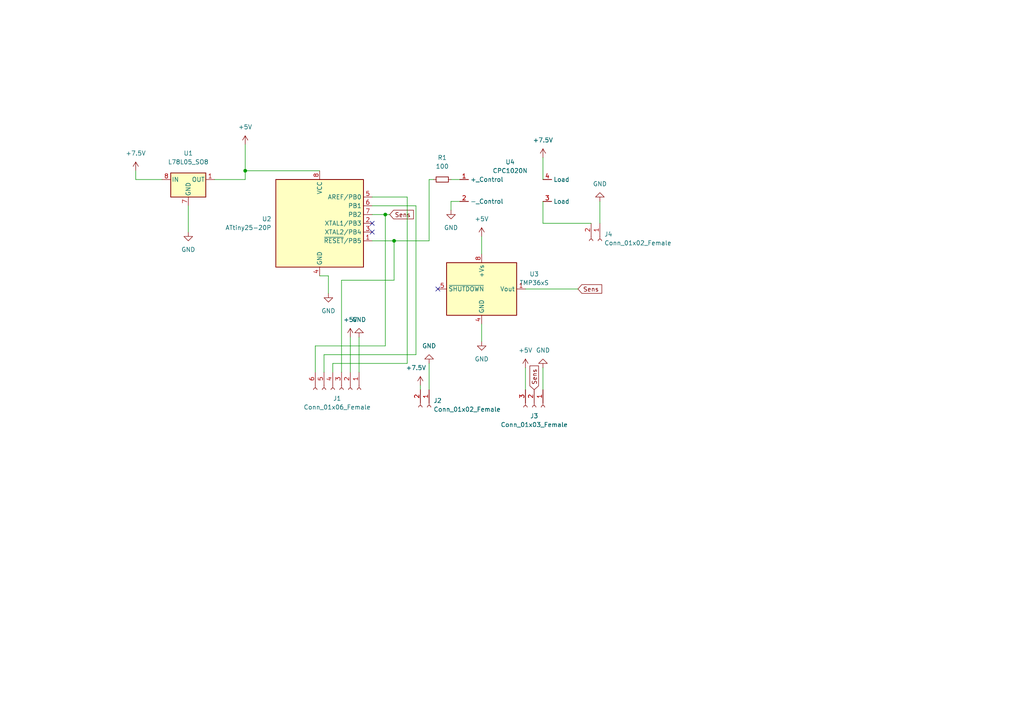
<source format=kicad_sch>
(kicad_sch (version 20211123) (generator eeschema)
  (paper "A4")
  (lib_symbols
    (symbol "Connector:Conn_01x02_Female" (pin_names (offset 1.016) hide)
      (property "Reference" "J" (at 0 2.54 0))
      (property "Value" "Conn_01x02_Female" (at 0 -5.08 0))
      (symbol "Conn_01x02_Female_1_1"
        (arc (start 0 -2.032) (mid -0.508 -2.54) (end 0 -3.048) (stroke (width 0.1524)))
        (polyline (pts (xy -1.27 -2.54) (xy -0.508 -2.54)) (stroke (width 0.1524)))
        (polyline (pts (xy -1.27 0) (xy -0.508 0)) (stroke (width 0.1524)))
        (arc (start 0 0.508) (mid -0.508 0) (end 0 -0.508) (stroke (width 0.1524)))
        (pin passive line (at -5.08 0 0) (length 3.81) (name "Pin_1") (number "1"))
        (pin passive line (at -5.08 -2.54 0) (length 3.81) (name "Pin_2") (number "2"))
      )
    )
    (symbol "Connector:Conn_01x03_Female" (pin_names (offset 1.016) hide)
      (property "Reference" "J" (at 0 5.08 0))
      (property "Value" "Conn_01x03_Female" (at 0 -5.08 0))
      (symbol "Conn_01x03_Female_1_1"
        (arc (start 0 -2.032) (mid -0.508 -2.54) (end 0 -3.048) (stroke (width 0.1524)))
        (polyline (pts (xy -1.27 -2.54) (xy -0.508 -2.54)) (stroke (width 0.1524)))
        (polyline (pts (xy -1.27 0) (xy -0.508 0)) (stroke (width 0.1524)))
        (polyline (pts (xy -1.27 2.54) (xy -0.508 2.54)) (stroke (width 0.1524)))
        (arc (start 0 0.508) (mid -0.508 0) (end 0 -0.508) (stroke (width 0.1524)))
        (arc (start 0 3.048) (mid -0.508 2.54) (end 0 2.032) (stroke (width 0.1524)))
        (pin passive line (at -5.08 2.54 0) (length 3.81) (name "Pin_1") (number "1"))
        (pin passive line (at -5.08 0 0) (length 3.81) (name "Pin_2") (number "2"))
        (pin passive line (at -5.08 -2.54 0) (length 3.81) (name "Pin_3") (number "3"))
      )
    )
    (symbol "Connector:Conn_01x06_Female" (pin_names (offset 1.016) hide)
      (property "Reference" "J" (at 0 7.62 0))
      (property "Value" "Conn_01x06_Female" (at 0 -10.16 0))
      (symbol "Conn_01x06_Female_1_1"
        (arc (start 0 -7.112) (mid -0.508 -7.62) (end 0 -8.128) (stroke (width 0.1524)))
        (arc (start 0 -4.572) (mid -0.508 -5.08) (end 0 -5.588) (stroke (width 0.1524)))
        (arc (start 0 -2.032) (mid -0.508 -2.54) (end 0 -3.048) (stroke (width 0.1524)))
        (polyline (pts (xy -1.27 -7.62) (xy -0.508 -7.62)) (stroke (width 0.1524)))
        (polyline (pts (xy -1.27 -5.08) (xy -0.508 -5.08)) (stroke (width 0.1524)))
        (polyline (pts (xy -1.27 -2.54) (xy -0.508 -2.54)) (stroke (width 0.1524)))
        (polyline (pts (xy -1.27 0) (xy -0.508 0)) (stroke (width 0.1524)))
        (polyline (pts (xy -1.27 2.54) (xy -0.508 2.54)) (stroke (width 0.1524)))
        (polyline (pts (xy -1.27 5.08) (xy -0.508 5.08)) (stroke (width 0.1524)))
        (arc (start 0 0.508) (mid -0.508 0) (end 0 -0.508) (stroke (width 0.1524)))
        (arc (start 0 3.048) (mid -0.508 2.54) (end 0 2.032) (stroke (width 0.1524)))
        (arc (start 0 5.588) (mid -0.508 5.08) (end 0 4.572) (stroke (width 0.1524)))
        (pin passive line (at -5.08 5.08 0) (length 3.81) (name "Pin_1") (number "1"))
        (pin passive line (at -5.08 2.54 0) (length 3.81) (name "Pin_2") (number "2"))
        (pin passive line (at -5.08 0 0) (length 3.81) (name "Pin_3") (number "3"))
        (pin passive line (at -5.08 -2.54 0) (length 3.81) (name "Pin_4") (number "4"))
        (pin passive line (at -5.08 -5.08 0) (length 3.81) (name "Pin_5") (number "5"))
        (pin passive line (at -5.08 -7.62 0) (length 3.81) (name "Pin_6") (number "6"))
      )
    )
    (symbol "Device:R_Small" (pin_numbers hide) (pin_names (offset 0.254) hide)
      (property "Reference" "R" (at 0.762 0.508 0))
      (property "Value" "R_Small" (at 0.762 -1.016 0))
      (symbol "R_Small_0_1"
        (rectangle (start -0.762 1.778) (end 0.762 -1.778) (stroke (width 0.2032)))
      )
      (symbol "R_Small_1_1"
        (pin passive line (at 0 2.54 270) (length 0.762) (name "~") (number "1"))
        (pin passive line (at 0 -2.54 90) (length 0.762) (name "~") (number "2"))
      )
    )
    (symbol "MCU_Microchip_ATtiny:ATtiny25-20P"
      (property "Reference" "U" (at -12.7 13.97 0))
      (property "Value" "ATtiny25-20P" (at 2.54 -13.97 0))
      (symbol "ATtiny25-20P_0_1"
        (rectangle (start -12.7 -12.7) (end 12.7 12.7) (stroke (width 0.254)) (fill (type background)))
      )
      (symbol "ATtiny25-20P_1_1"
        (pin bidirectional line (at 15.24 -5.08 180) (length 2.54) (name "~{RESET}/PB5") (number "1"))
        (pin bidirectional line (at 15.24 0 180) (length 2.54) (name "XTAL1/PB3") (number "2"))
        (pin bidirectional line (at 15.24 -2.54 180) (length 2.54) (name "XTAL2/PB4") (number "3"))
        (pin power_in line (at 0 -15.24 90) (length 2.54) (name "GND") (number "4"))
        (pin bidirectional line (at 15.24 7.62 180) (length 2.54) (name "AREF/PB0") (number "5"))
        (pin bidirectional line (at 15.24 5.08 180) (length 2.54) (name "PB1") (number "6"))
        (pin bidirectional line (at 15.24 2.54 180) (length 2.54) (name "PB2") (number "7"))
        (pin power_in line (at 0 15.24 270) (length 2.54) (name "VCC") (number "8"))
      )
    )
    (symbol "Regulator_Linear:L78L05_SO8" (pin_names (offset 0.254))
      (property "Reference" "U" (at -3.81 3.175 0))
      (property "Value" "L78L05_SO8" (at 0 3.175 0))
      (symbol "L78L05_SO8_0_1"
        (rectangle (start -5.08 1.905) (end 5.08 -5.08) (stroke (width 0.254)) (fill (type background)))
      )
      (symbol "L78L05_SO8_1_1"
        (pin power_out line (at 7.62 0 180) (length 2.54) (name "OUT") (number "1"))
        (pin passive line (at 0 -7.62 90) (length 2.54) hide (name "GND") (number "2"))
        (pin passive line (at 0 -7.62 90) (length 2.54) hide (name "GND") (number "3"))
        (pin no_connect line (at -5.08 -2.54 0) (length 2.54) hide (name "NC") (number "4"))
        (pin no_connect line (at 5.08 -2.54 180) (length 2.54) hide (name "NC") (number "5"))
        (pin passive line (at 0 -7.62 90) (length 2.54) hide (name "GND") (number "6"))
        (pin power_in line (at 0 -7.62 90) (length 2.54) (name "GND") (number "7"))
        (pin power_in line (at -7.62 0 0) (length 2.54) (name "IN") (number "8"))
      )
    )
    (symbol "Sensor_Temperature:TMP36xS"
      (property "Reference" "U" (at -8.89 8.89 0))
      (property "Value" "TMP36xS" (at 6.35 -8.89 0))
      (symbol "TMP36xS_0_1"
        (rectangle (start -10.16 7.62) (end 10.16 -7.62) (stroke (width 0.254)) (fill (type background)))
      )
      (symbol "TMP36xS_1_1"
        (pin output line (at 12.7 0 180) (length 2.54) (name "Vout") (number "1"))
        (pin power_in line (at 0 -10.16 90) (length 2.54) (name "GND") (number "4"))
        (pin input line (at -12.7 0 0) (length 2.54) (name "~{SHUTDOWN}") (number "5"))
        (pin power_in line (at 0 10.16 270) (length 2.54) (name "+Vs") (number "8"))
      )
    )
    (symbol "enterprise:CPC1020N"
      (property "Reference" "U" (at 0 0 0))
      (property "Value" "CPC1020N" (at 0 0 0))
      (symbol "CPC1020N_1_1"
        (pin input line (at -11.43 -2.54 0) (length 2.54) (name "+_Control") (number "1"))
        (pin input line (at -11.43 -8.89 0) (length 2.54) (name "-_Control") (number "2"))
        (pin bidirectional line (at 12.7 -8.89 0) (length 2.54) (name "Load") (number "3"))
        (pin bidirectional line (at 12.7 -2.54 0) (length 2.54) (name "Load") (number "4"))
      )
    )
    (symbol "power:+5V" (power) (pin_names (offset 0))
      (property "Value" "+5V" (at 0 3.556 0))
      (symbol "+5V_0_1"
        (polyline (pts (xy -0.762 1.27) (xy 0 2.54)))
        (polyline (pts (xy 0 0) (xy 0 2.54)))
        (polyline (pts (xy 0 2.54) (xy 0.762 1.27)))
      )
      (symbol "+5V_1_1"
        (pin power_in line (at 0 0 90) (length 0) hide (name "+5V") (number "1"))
      )
    )
    (symbol "power:+7.5V" (power) (pin_names (offset 0))
      (property "Value" "+7.5V" (at 0 3.556 0))
      (symbol "+7.5V_0_1"
        (polyline (pts (xy -0.762 1.27) (xy 0 2.54)))
        (polyline (pts (xy 0 0) (xy 0 2.54)))
        (polyline (pts (xy 0 2.54) (xy 0.762 1.27)))
      )
      (symbol "+7.5V_1_1"
        (pin power_in line (at 0 0 90) (length 0) hide (name "+7.5V") (number "1"))
      )
    )
    (symbol "power:GND" (power) (pin_names (offset 0))
      (property "Value" "GND" (at 0 -3.81 0))
      (symbol "GND_0_1"
        (polyline (pts (xy 0 0) (xy 0 -1.27) (xy 1.27 -1.27) (xy 0 -2.54) (xy -1.27 -1.27) (xy 0 -1.27)))
      )
      (symbol "GND_1_1"
        (pin power_in line (at 0 0 270) (length 0) hide (name "GND") (number "1"))
      )
    )
  )
  (junction (at 111.76 62.23))
  (junction (at 71.12 49.53))
  (junction (at 114.3 69.85))
  (no_connect (at 127 83.82))
  (no_connect (at 107.95 67.31))
  (no_connect (at 107.95 64.77))
  (wire (pts (xy 120.65 59.69) (xy 120.65 102.87)))
  (wire (pts (xy 124.46 52.07) (xy 125.73 52.07)))
  (wire (pts (xy 107.95 69.85) (xy 114.3 69.85)))
  (wire (pts (xy 111.76 62.23) (xy 111.76 100.33)))
  (wire (pts (xy 171.45 64.77) (xy 157.48 64.77)))
  (wire (pts (xy 130.81 52.07) (xy 133.35 52.07)))
  (wire (pts (xy 95.25 80.01) (xy 95.25 85.09)))
  (wire (pts (xy 118.11 57.15) (xy 118.11 105.41)))
  (wire (pts (xy 139.7 93.98) (xy 139.7 99.06)))
  (wire (pts (xy 96.52 105.41) (xy 96.52 107.95)))
  (wire (pts (xy 71.12 49.53) (xy 92.71 49.53)))
  (wire (pts (xy 91.44 100.33) (xy 91.44 107.95)))
  (wire (pts (xy 101.6 97.79) (xy 101.6 107.95)))
  (wire (pts (xy 107.95 62.23) (xy 111.76 62.23)))
  (wire (pts (xy 124.46 105.41) (xy 124.46 113.03)))
  (wire (pts (xy 111.76 62.23) (xy 113.03 62.23)))
  (wire (pts (xy 104.14 97.79) (xy 104.14 107.95)))
  (wire (pts (xy 93.98 102.87) (xy 93.98 107.95)))
  (wire (pts (xy 71.12 49.53) (xy 71.12 52.07)))
  (wire (pts (xy 92.71 80.01) (xy 95.25 80.01)))
  (wire (pts (xy 139.7 68.58) (xy 139.7 73.66)))
  (wire (pts (xy 157.48 106.68) (xy 157.48 113.03)))
  (wire (pts (xy 152.4 83.82) (xy 167.64 83.82)))
  (wire (pts (xy 99.06 81.28) (xy 114.3 81.28)))
  (wire (pts (xy 120.65 102.87) (xy 93.98 102.87)))
  (wire (pts (xy 62.23 52.07) (xy 71.12 52.07)))
  (wire (pts (xy 107.95 59.69) (xy 120.65 59.69)))
  (wire (pts (xy 114.3 81.28) (xy 114.3 69.85)))
  (wire (pts (xy 107.95 57.15) (xy 118.11 57.15)))
  (wire (pts (xy 114.3 69.85) (xy 124.46 69.85)))
  (wire (pts (xy 39.37 49.53) (xy 39.37 52.07)))
  (wire (pts (xy 71.12 41.91) (xy 71.12 49.53)))
  (wire (pts (xy 99.06 107.95) (xy 99.06 81.28)))
  (wire (pts (xy 39.37 52.07) (xy 46.99 52.07)))
  (wire (pts (xy 157.48 64.77) (xy 157.48 58.42)))
  (wire (pts (xy 152.4 106.68) (xy 152.4 113.03)))
  (wire (pts (xy 124.46 69.85) (xy 124.46 52.07)))
  (wire (pts (xy 133.35 58.42) (xy 130.81 58.42)))
  (wire (pts (xy 54.61 59.69) (xy 54.61 67.31)))
  (wire (pts (xy 118.11 105.41) (xy 96.52 105.41)))
  (wire (pts (xy 130.81 58.42) (xy 130.81 60.96)))
  (wire (pts (xy 173.99 58.42) (xy 173.99 64.77)))
  (wire (pts (xy 111.76 100.33) (xy 91.44 100.33)))
  (wire (pts (xy 121.92 111.76) (xy 121.92 113.03)))
  (wire (pts (xy 157.48 45.72) (xy 157.48 52.07)))
  (global_label "Sens" (shape input) (at 167.64 83.82 0) (property "Intersheet References" "${INTERSHEET_REFS}" (effects hide)))
  (global_label "Sens" (shape input) (at 154.94 113.03 90) (property "Intersheet References" "${INTERSHEET_REFS}" (effects hide)))
  (global_label "Sens" (shape input) (at 113.03 62.23 0) (property "Intersheet References" "${INTERSHEET_REFS}" (effects hide)))
  (symbol (lib_id "Sensor_Temperature:TMP36xS") (at 139.7 83.82 0) (unit 1)
    (property "Reference" "U3" (at 154.94 79.4893 0))
    (property "Value" "TMP36xS" (at 154.94 82.0293 0))
    (property "Footprint" "Package_SO:SOIC-8_3.9x4.9mm_P1.27mm" (effects hide))
    (property "Datasheet" "https://www.analog.com/media/en/technical-documentation/data-sheets/TMP35_36_37.pdf" (effects hide))
  )
  (symbol (lib_id "Connector:Conn_01x02_Female") (at 173.99 69.85 270) (unit 1)
    (property "Reference" "J4" (at 175.26 67.9449 90) (effects (justify left)))
    (property "Value" "Conn_01x02_Female" (at 175.26 70.4849 90) (effects (justify left)))
    (property "Footprint" "Connector_PinSocket_2.54mm:PinSocket_1x02_P2.54mm_Vertical" (effects hide))
  )
  (symbol (lib_id "power:GND") (at 130.81 60.96 0) (unit 1)
    (property "Reference" "#PWR09" (effects hide))
    (property "Value" "GND" (at 130.81 66.04 0))
  )
  (symbol (lib_id "power:GND") (at 157.48 106.68 180) (unit 1)
    (property "Reference" "#PWR0103" (effects hide))
    (property "Value" "GND" (at 157.48 101.6 0))
  )
  (symbol (lib_id "power:GND") (at 54.61 67.31 0) (unit 1)
    (property "Reference" "#PWR02" (effects hide))
    (property "Value" "GND" (at 54.61 72.39 0))
  )
  (symbol (lib_id "power:GND") (at 124.46 105.41 180) (unit 1)
    (property "Reference" "#PWR0101" (effects hide))
    (property "Value" "GND" (at 124.46 100.33 0))
  )
  (symbol (lib_id "power:+5V") (at 139.7 68.58 0) (unit 1)
    (property "Reference" "#PWR010" (effects hide))
    (property "Value" "+5V" (at 139.7 63.5 0))
  )
  (symbol (lib_id "power:+7.5V") (at 39.37 49.53 0) (unit 1)
    (property "Reference" "#PWR01" (effects hide))
    (property "Value" "+7.5V" (at 39.37 44.45 0))
  )
  (symbol (lib_id "power:+7.5V") (at 157.48 45.72 0) (unit 1)
    (property "Reference" "#PWR012" (effects hide))
    (property "Value" "+7.5V" (at 157.48 40.64 0))
  )
  (symbol (lib_id "Connector:Conn_01x06_Female") (at 99.06 113.03 270) (unit 1)
    (property "Reference" "J1" (at 97.79 115.57 90))
    (property "Value" "Conn_01x06_Female" (at 97.79 118.11 90))
    (property "Footprint" "Connector_PinSocket_2.54mm:PinSocket_1x06_P2.54mm_Vertical" (effects hide))
  )
  (symbol (lib_id "power:+7.5V") (at 121.92 111.76 0) (unit 1)
    (property "Reference" "#PWR0102" (effects hide))
    (property "Value" "+7.5V" (at 120.65 106.68 0))
  )
  (symbol (lib_id "power:GND") (at 104.14 97.79 180) (unit 1)
    (property "Reference" "#PWR0105" (effects hide))
    (property "Value" "GND" (at 104.14 92.71 0))
  )
  (symbol (lib_id "Regulator_Linear:L78L05_SO8") (at 54.61 52.07 0) (unit 1)
    (property "Reference" "U1" (at 54.61 44.45 0))
    (property "Value" "L78L05_SO8" (at 54.61 46.99 0))
    (property "Footprint" "Package_SO:SOIC-8_3.9x4.9mm_P1.27mm" (effects hide))
    (property "Datasheet" "http://www.st.com/content/ccc/resource/technical/document/datasheet/15/55/e5/aa/23/5b/43/fd/CD00000446.pdf/files/CD00000446.pdf/jcr:content/translations/en.CD00000446.pdf" (effects hide))
  )
  (symbol (lib_id "power:+5V") (at 71.12 41.91 0) (unit 1)
    (property "Reference" "#PWR03" (effects hide))
    (property "Value" "+5V" (at 71.12 36.83 0))
  )
  (symbol (lib_id "MCU_Microchip_ATtiny:ATtiny25-20P") (at 92.71 64.77 0) (unit 1)
    (property "Reference" "U2" (at 78.74 63.4999 0) (effects (justify right)))
    (property "Value" "ATtiny25-20P" (at 78.74 66.0399 0) (effects (justify right)))
    (property "Footprint" "Package_DIP:DIP-8_W7.62mm" (effects hide))
    (property "Datasheet" "http://ww1.microchip.com/downloads/en/DeviceDoc/atmel-2586-avr-8-bit-microcontroller-attiny25-attiny45-attiny85_datasheet.pdf" (effects hide))
  )
  (symbol (lib_id "power:+5V") (at 152.4 106.68 0) (unit 1)
    (property "Reference" "#PWR0104" (effects hide))
    (property "Value" "+5V" (at 152.4 101.6 0))
  )
  (symbol (lib_id "power:GND") (at 95.25 85.09 0) (unit 1)
    (property "Reference" "#PWR06" (effects hide))
    (property "Value" "GND" (at 95.25 90.17 0))
  )
  (symbol (lib_id "enterprise:CPC1020N") (at 144.78 49.53 0) (unit 1)
    (property "Reference" "U4" (at 147.955 46.99 0))
    (property "Value" "CPC1020N" (at 147.955 49.53 0))
    (property "Footprint" "enterprise:CPC1020N" (effects hide))
  )
  (symbol (lib_id "power:+5V") (at 101.6 97.79 0) (unit 1)
    (property "Reference" "#PWR0106" (effects hide))
    (property "Value" "+5V" (at 101.6 92.71 0))
  )
  (symbol (lib_id "power:GND") (at 139.7 99.06 0) (unit 1)
    (property "Reference" "#PWR011" (effects hide))
    (property "Value" "GND" (at 139.7 104.14 0))
  )
  (symbol (lib_id "power:GND") (at 173.99 58.42 180) (unit 1)
    (property "Reference" "#PWR013" (effects hide))
    (property "Value" "GND" (at 173.99 53.34 0))
  )
  (symbol (lib_id "Connector:Conn_01x02_Female") (at 124.46 118.11 270) (unit 1)
    (property "Reference" "J2" (at 125.73 116.2049 90) (effects (justify left)))
    (property "Value" "Conn_01x02_Female" (at 125.73 118.7449 90) (effects (justify left)))
    (property "Footprint" "Connector_PinSocket_2.54mm:PinSocket_1x02_P2.54mm_Vertical" (effects hide))
  )
  (symbol (lib_id "Connector:Conn_01x03_Female") (at 154.94 118.11 270) (unit 1)
    (property "Reference" "J3" (at 154.94 120.65 90))
    (property "Value" "Conn_01x03_Female" (at 154.94 123.19 90))
    (property "Footprint" "Connector_PinSocket_2.54mm:PinSocket_1x03_P2.54mm_Vertical" (effects hide))
  )
  (symbol (lib_id "Device:R_Small") (at 128.27 52.07 90) (unit 1)
    (property "Reference" "R1" (at 128.27 45.72 90))
    (property "Value" "100" (at 128.27 48.26 90))
    (property "Footprint" "Resistor_SMD:R_1206_3216Metric_Pad1.30x1.75mm_HandSolder" (effects hide))
  )
)
</source>
